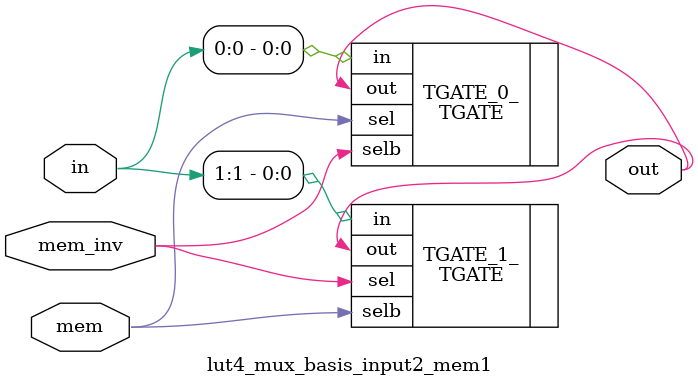
<source format=v>
`timescale 1ns / 1ps

`default_nettype none

// ----- Verilog module for mux_2level_tapbuf_basis_input3_mem3 -----
module mux_2level_tapbuf_basis_input3_mem3(in,
                                           mem,
                                           mem_inv,
                                           out);
//----- INPUT PORTS -----
input [0:2] in;
//----- INPUT PORTS -----
input [0:2] mem;
//----- INPUT PORTS -----
input [0:2] mem_inv;
//----- OUTPUT PORTS -----
output [0:0] out;

//----- BEGIN wire-connection ports -----
//----- END wire-connection ports -----


//----- BEGIN Registered ports -----
//----- END Registered ports -----



// ----- BEGIN Local short connections -----
// ----- END Local short connections -----
// ----- BEGIN Local output short connections -----
// ----- END Local output short connections -----

	TGATE TGATE_0_ (
		.in(in[0]),
		.sel(mem[0]),
		.selb(mem_inv[0]),
		.out(out));

	TGATE TGATE_1_ (
		.in(in[1]),
		.sel(mem[1]),
		.selb(mem_inv[1]),
		.out(out));

	TGATE TGATE_2_ (
		.in(in[2]),
		.sel(mem[2]),
		.selb(mem_inv[2]),
		.out(out));

endmodule
// ----- END Verilog module for mux_2level_tapbuf_basis_input3_mem3 -----

//----- Default net type -----
`default_nettype none




//----- Default net type -----
`default_nettype none

// ----- Verilog module for mux_2level_tapbuf_basis_input2_mem1 -----
module mux_2level_tapbuf_basis_input2_mem1(in,
                                           mem,
                                           mem_inv,
                                           out);
//----- INPUT PORTS -----
input [0:1] in;
//----- INPUT PORTS -----
input [0:0] mem;
//----- INPUT PORTS -----
input [0:0] mem_inv;
//----- OUTPUT PORTS -----
output [0:0] out;

//----- BEGIN wire-connection ports -----
//----- END wire-connection ports -----


//----- BEGIN Registered ports -----
//----- END Registered ports -----



// ----- BEGIN Local short connections -----
// ----- END Local short connections -----
// ----- BEGIN Local output short connections -----
// ----- END Local output short connections -----

	TGATE TGATE_0_ (
		.in(in[0]),
		.sel(mem),
		.selb(mem_inv),
		.out(out));

	TGATE TGATE_1_ (
		.in(in[1]),
		.sel(mem_inv),
		.selb(mem),
		.out(out));

endmodule
// ----- END Verilog module for mux_2level_tapbuf_basis_input2_mem1 -----

//----- Default net type -----
`default_nettype none




//----- Default net type -----
`default_nettype none

// ----- Verilog module for mux_2level_basis_input4_mem4 -----
module mux_2level_basis_input4_mem4(in,
                                    mem,
                                    mem_inv,
                                    out);
//----- INPUT PORTS -----
input [0:3] in;
//----- INPUT PORTS -----
input [0:3] mem;
//----- INPUT PORTS -----
input [0:3] mem_inv;
//----- OUTPUT PORTS -----
output [0:0] out;

//----- BEGIN wire-connection ports -----
//----- END wire-connection ports -----


//----- BEGIN Registered ports -----
//----- END Registered ports -----



// ----- BEGIN Local short connections -----
// ----- END Local short connections -----
// ----- BEGIN Local output short connections -----
// ----- END Local output short connections -----

	TGATE TGATE_0_ (
		.in(in[0]),
		.sel(mem[0]),
		.selb(mem_inv[0]),
		.out(out));

	TGATE TGATE_1_ (
		.in(in[1]),
		.sel(mem[1]),
		.selb(mem_inv[1]),
		.out(out));

	TGATE TGATE_2_ (
		.in(in[2]),
		.sel(mem[2]),
		.selb(mem_inv[2]),
		.out(out));

	TGATE TGATE_3_ (
		.in(in[3]),
		.sel(mem[3]),
		.selb(mem_inv[3]),
		.out(out));

endmodule
// ----- END Verilog module for mux_2level_basis_input4_mem4 -----

//----- Default net type -----
`default_nettype none




//----- Default net type -----
`default_nettype none

// ----- Verilog module for mux_2level_basis_input3_mem3 -----
module mux_2level_basis_input3_mem3(in,
                                    mem,
                                    mem_inv,
                                    out);
//----- INPUT PORTS -----
input [0:2] in;
//----- INPUT PORTS -----
input [0:2] mem;
//----- INPUT PORTS -----
input [0:2] mem_inv;
//----- OUTPUT PORTS -----
output [0:0] out;

//----- BEGIN wire-connection ports -----
//----- END wire-connection ports -----


//----- BEGIN Registered ports -----
//----- END Registered ports -----



// ----- BEGIN Local short connections -----
// ----- END Local short connections -----
// ----- BEGIN Local output short connections -----
// ----- END Local output short connections -----

	TGATE TGATE_0_ (
		.in(in[0]),
		.sel(mem[0]),
		.selb(mem_inv[0]),
		.out(out));

	TGATE TGATE_1_ (
		.in(in[1]),
		.sel(mem[1]),
		.selb(mem_inv[1]),
		.out(out));

	TGATE TGATE_2_ (
		.in(in[2]),
		.sel(mem[2]),
		.selb(mem_inv[2]),
		.out(out));

endmodule
// ----- END Verilog module for mux_2level_basis_input3_mem3 -----

//----- Default net type -----
`default_nettype none




//----- Default net type -----
`default_nettype none

// ----- Verilog module for mux_1level_tapbuf_basis_input3_mem3 -----
module mux_1level_tapbuf_basis_input3_mem3(in,
                                           mem,
                                           mem_inv,
                                           out);
//----- INPUT PORTS -----
input [0:2] in;
//----- INPUT PORTS -----
input [0:2] mem;
//----- INPUT PORTS -----
input [0:2] mem_inv;
//----- OUTPUT PORTS -----
output [0:0] out;

//----- BEGIN wire-connection ports -----
//----- END wire-connection ports -----


//----- BEGIN Registered ports -----
//----- END Registered ports -----



// ----- BEGIN Local short connections -----
// ----- END Local short connections -----
// ----- BEGIN Local output short connections -----
// ----- END Local output short connections -----

	TGATE TGATE_0_ (
		.in(in[0]),
		.sel(mem[0]),
		.selb(mem_inv[0]),
		.out(out));

	TGATE TGATE_1_ (
		.in(in[1]),
		.sel(mem[1]),
		.selb(mem_inv[1]),
		.out(out));

	TGATE TGATE_2_ (
		.in(in[2]),
		.sel(mem[2]),
		.selb(mem_inv[2]),
		.out(out));

endmodule
// ----- END Verilog module for mux_1level_tapbuf_basis_input3_mem3 -----

//----- Default net type -----
`default_nettype none




//----- Default net type -----
`default_nettype none

// ----- Verilog module for lut4_mux_basis_input2_mem1 -----
module lut4_mux_basis_input2_mem1(in,
                                  mem,
                                  mem_inv,
                                  out);
//----- INPUT PORTS -----
input [0:1] in;
//----- INPUT PORTS -----
input [0:0] mem;
//----- INPUT PORTS -----
input [0:0] mem_inv;
//----- OUTPUT PORTS -----
output [0:0] out;

//----- BEGIN wire-connection ports -----
//----- END wire-connection ports -----


//----- BEGIN Registered ports -----
//----- END Registered ports -----



// ----- BEGIN Local short connections -----
// ----- END Local short connections -----
// ----- BEGIN Local output short connections -----
// ----- END Local output short connections -----

	TGATE TGATE_0_ (
		.in(in[0]),
		.sel(mem),
		.selb(mem_inv),
		.out(out));

	TGATE TGATE_1_ (
		.in(in[1]),
		.sel(mem_inv),
		.selb(mem),
		.out(out));

endmodule
// ----- END Verilog module for lut4_mux_basis_input2_mem1 -----

//----- Default net type -----
`default_nettype none





</source>
